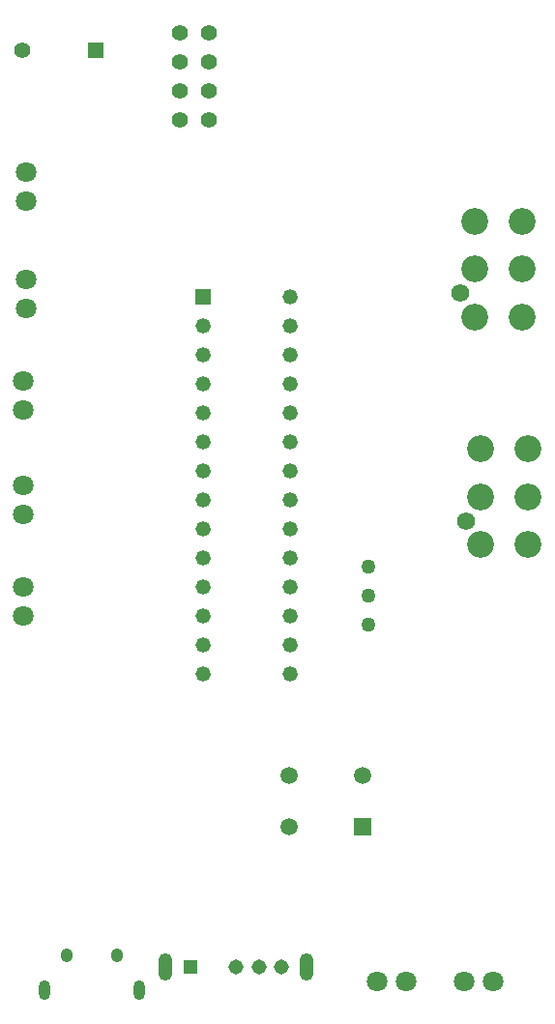
<source format=gbr>
%TF.GenerationSoftware,Altium Limited,Altium Designer,24.10.1 (45)*%
G04 Layer_Color=255*
%FSLAX25Y25*%
%MOIN*%
%TF.SameCoordinates,405BA738-95C1-4717-9A2A-605BB7F835F8*%
%TF.FilePolarity,Positive*%
%TF.FileFunction,Pads,Bot*%
%TF.Part,Single*%
G01*
G75*
%TA.AperFunction,ComponentPad*%
%ADD24C,0.05500*%
%ADD25R,0.05600X0.05600*%
%ADD26C,0.05600*%
%ADD27O,0.04200X0.04900*%
%ADD28O,0.04000X0.06700*%
%ADD29C,0.06200*%
%ADD30C,0.09200*%
%ADD31C,0.05000*%
%ADD32C,0.07100*%
%ADD33R,0.05900X0.05900*%
%ADD34C,0.05900*%
%ADD35O,0.04756X0.09512*%
%ADD36C,0.05150*%
%ADD37R,0.05150X0.05150*%
%ADD38R,0.05200X0.05200*%
%ADD39C,0.05200*%
D24*
X181000Y421000D02*
D03*
Y411000D02*
D03*
Y431000D02*
D03*
Y441000D02*
D03*
X171000D02*
D03*
Y431000D02*
D03*
Y421000D02*
D03*
Y411000D02*
D03*
D25*
X142000Y435000D02*
D03*
D26*
X116409D02*
D03*
D27*
X131803Y122811D02*
D03*
X149323D02*
D03*
D28*
X157000Y111000D02*
D03*
X124126D02*
D03*
D29*
X267504Y351268D02*
D03*
X269504Y272732D02*
D03*
D30*
X272465Y343000D02*
D03*
Y359535D02*
D03*
Y376071D02*
D03*
X289000Y343000D02*
D03*
Y359535D02*
D03*
Y376071D02*
D03*
X274465Y264465D02*
D03*
Y281000D02*
D03*
Y297535D02*
D03*
X291000Y264465D02*
D03*
Y281000D02*
D03*
Y297535D02*
D03*
D31*
X236000Y257000D02*
D03*
Y247000D02*
D03*
Y237000D02*
D03*
D32*
X118000Y356000D02*
D03*
Y346000D02*
D03*
X117000Y321000D02*
D03*
Y311000D02*
D03*
X269000Y114000D02*
D03*
X279000D02*
D03*
X249000D02*
D03*
X239000D02*
D03*
X117000Y250000D02*
D03*
Y240000D02*
D03*
Y285000D02*
D03*
Y275000D02*
D03*
X118000Y393000D02*
D03*
Y383000D02*
D03*
D33*
X234000Y167283D02*
D03*
D34*
Y185000D02*
D03*
X208409D02*
D03*
Y167283D02*
D03*
D35*
X166039Y119000D02*
D03*
X214465D02*
D03*
D36*
X190252D02*
D03*
X198126D02*
D03*
X206000D02*
D03*
D37*
X174504D02*
D03*
D38*
X179000Y350000D02*
D03*
D39*
Y340000D02*
D03*
Y330000D02*
D03*
Y320000D02*
D03*
Y310000D02*
D03*
Y300000D02*
D03*
Y290000D02*
D03*
Y280000D02*
D03*
Y270000D02*
D03*
Y260000D02*
D03*
Y250000D02*
D03*
Y240000D02*
D03*
Y230000D02*
D03*
Y220000D02*
D03*
X209000D02*
D03*
Y230000D02*
D03*
Y240000D02*
D03*
Y250000D02*
D03*
Y260000D02*
D03*
Y270000D02*
D03*
Y280000D02*
D03*
Y290000D02*
D03*
Y300000D02*
D03*
Y310000D02*
D03*
Y320000D02*
D03*
Y330000D02*
D03*
Y340000D02*
D03*
Y350000D02*
D03*
%TF.MD5,02945fdb4d323097edf07e4cfaf491dd*%
M02*

</source>
